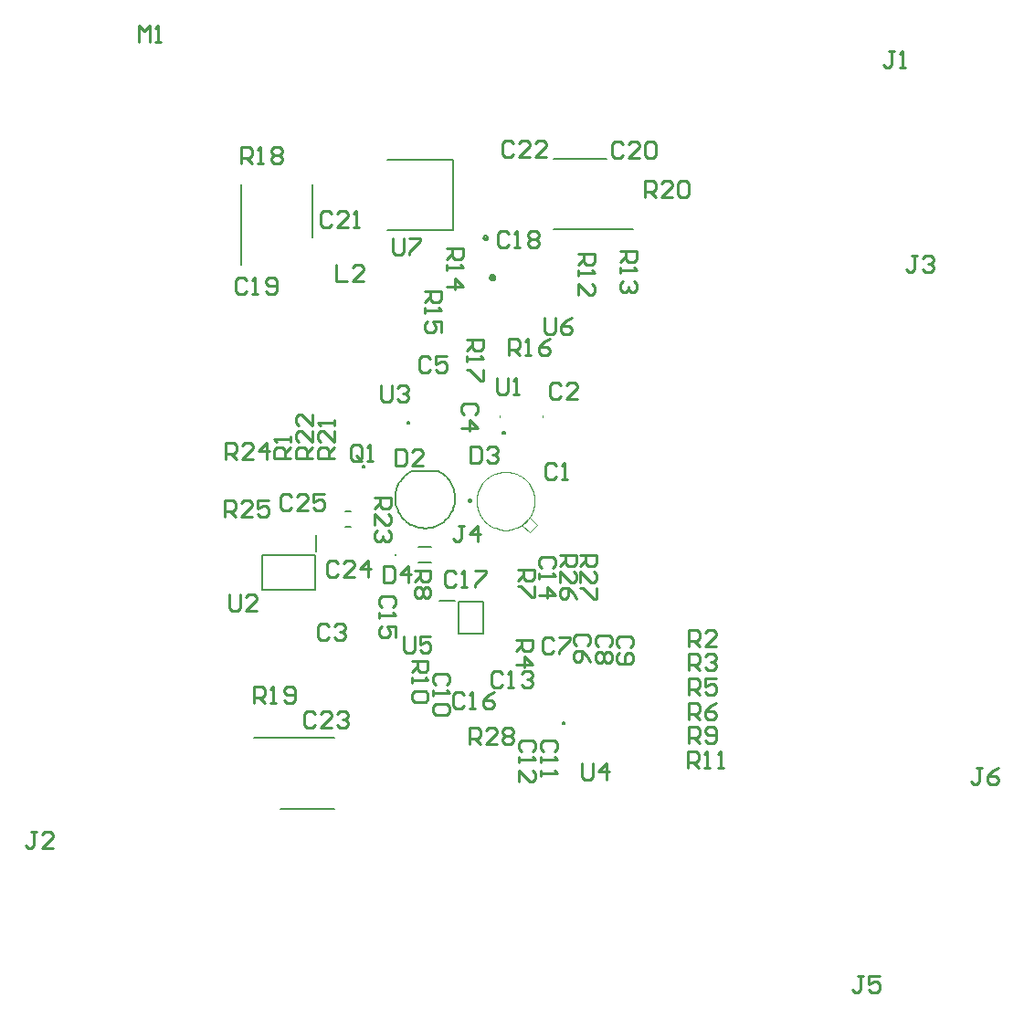
<source format=gbr>
%FSLAX23Y23*%
%MOIN*%
%SFA1B1*%

%IPPOS*%
%ADD57C,0.007870*%
%ADD58C,0.012800*%
%ADD59C,0.003940*%
%ADD60C,0.011810*%
%ADD61C,0.010000*%
%LNhumrigid1_legend_top-1*%
%LPD*%
G54D57*
X-59Y236D02*
D01*
X-65Y232*
X-72Y228*
X-78Y223*
X-84Y218*
X-89Y213*
X-94Y207*
X-99Y201*
X-103Y195*
X-107Y188*
X-110Y181*
X-113Y174*
X-115Y167*
X-117Y159*
X-118Y152*
X-119Y144*
X-119Y136*
X-119Y129*
X-118Y121*
X-117Y113*
X-115Y106*
X-112Y99*
X-109Y92*
X-106Y85*
X-102Y78*
X-98Y72*
X-93Y66*
X-88Y60*
X-82Y55*
X-76Y50*
X-70Y45*
X-63Y41*
X-57Y38*
X-50Y35*
X-42Y32*
X-35Y30*
X-27Y29*
X-20Y28*
X-12Y27*
X-4Y27*
X2Y28*
X10Y29*
X17Y31*
X25Y33*
X32Y36*
X39Y39*
X46Y43*
X52Y47*
X58Y51*
X64Y56*
X70Y62*
X75Y67*
X79Y73*
X84Y80*
X87Y87*
X91Y94*
X93Y101*
X96Y108*
X98Y115*
X99Y123*
X99Y131*
X100Y138*
X99Y146*
X98Y154*
X97Y161*
X95Y169*
X93Y176*
X90Y183*
X86Y190*
X82Y197*
X78Y203*
X73Y209*
X68Y215*
X62Y220*
X57Y225*
X50Y229*
X44Y233*
X39Y236*
X-234Y248D02*
D01*
X-233Y248*
X-233Y248*
X-233Y248*
X-233Y248*
X-232Y248*
X-232Y248*
X-232Y248*
X-232Y248*
X-231Y248*
X-231Y248*
X-231Y249*
X-231Y249*
X-231Y249*
X-230Y249*
X-230Y250*
X-230Y250*
X-230Y250*
X-230Y250*
X-230Y251*
X-230Y251*
X-230Y251*
X-230Y251*
Y252*
X-230Y252*
X-230Y252*
X-230Y252*
X-230Y253*
X-230Y253*
X-230Y253*
X-230Y253*
X-230Y254*
X-231Y254*
X-231Y254*
X-231Y254*
X-231Y254*
X-231Y255*
X-232Y255*
X-232Y255*
X-232Y255*
X-232Y255*
X-233Y255*
X-233Y255*
X-233Y255*
X-233Y255*
X-234Y255*
D01*
X-234Y255*
X-234Y255*
X-235Y255*
X-235Y255*
X-235Y255*
X-235Y255*
X-236Y255*
X-236Y255*
X-236Y255*
X-236Y254*
X-236Y254*
X-237Y254*
X-237Y254*
X-237Y254*
X-237Y253*
X-237Y253*
X-237Y253*
X-237Y253*
X-238Y252*
X-238Y252*
X-238Y252*
X-238Y252*
Y251*
X-238Y251*
X-238Y251*
X-238Y251*
X-237Y250*
X-237Y250*
X-237Y250*
X-237Y250*
X-237Y249*
X-237Y249*
X-237Y249*
X-236Y249*
X-236Y248*
X-236Y248*
X-236Y248*
X-236Y248*
X-235Y248*
X-235Y248*
X-235Y248*
X-235Y248*
X-234Y248*
X-234Y248*
X-234Y248*
X274Y375D02*
D01*
X274Y375*
X274Y375*
X274Y375*
X274Y374*
X274Y374*
X274Y374*
X274Y374*
X274Y373*
X274Y373*
X275Y373*
X275Y373*
X275Y373*
X275Y372*
X275Y372*
X276Y372*
X276Y372*
X276Y372*
X276Y372*
X277Y372*
X277Y372*
X277Y372*
X277Y372*
X278*
X278Y372*
X278Y372*
X278Y372*
X279Y372*
X279Y372*
X279Y372*
X280Y372*
X280Y372*
X280Y372*
X280Y373*
X280Y373*
X281Y373*
X281Y373*
X281Y373*
X281Y374*
X281Y374*
X281Y374*
X281Y374*
X281Y375*
X281Y375*
X281Y375*
X281Y375*
D01*
X281Y376*
X281Y376*
X281Y376*
X281Y377*
X281Y377*
X281Y377*
X281Y377*
X281Y378*
X281Y378*
X281Y378*
X280Y378*
X280Y378*
X280Y379*
X280Y379*
X280Y379*
X279Y379*
X279Y379*
X279Y379*
X278Y379*
X278Y379*
X278Y379*
X278Y379*
X277*
X277Y379*
X277Y379*
X277Y379*
X276Y379*
X276Y379*
X276Y379*
X276Y379*
X275Y379*
X275Y379*
X275Y378*
X275Y378*
X275Y378*
X274Y378*
X274Y378*
X274Y377*
X274Y377*
X274Y377*
X274Y377*
X274Y376*
X274Y376*
X274Y376*
X274Y375*
X212Y1096D02*
D01*
X211Y1096*
X211Y1096*
X210Y1096*
X210Y1096*
X209Y1096*
X209Y1096*
X208Y1095*
X208Y1095*
X207Y1095*
X207Y1095*
X207Y1094*
X206Y1094*
X206Y1093*
X206Y1093*
X205Y1092*
X205Y1092*
X205Y1091*
X205Y1091*
X204Y1090*
X204Y1090*
X204Y1089*
X204Y1089*
Y1088*
X204Y1088*
X204Y1087*
X204Y1087*
X205Y1086*
X205Y1086*
X205Y1085*
X205Y1085*
X206Y1084*
X206Y1084*
X206Y1083*
X207Y1083*
X207Y1083*
X207Y1082*
X208Y1082*
X208Y1082*
X209Y1082*
X209Y1081*
X210Y1081*
X210Y1081*
X211Y1081*
X211Y1081*
X212Y1081*
X212Y1081*
X213Y1081*
X214Y1081*
X214Y1081*
X215Y1081*
X215Y1082*
X216Y1082*
X216Y1082*
X216Y1082*
X217Y1083*
X217Y1083*
X218Y1083*
X218Y1084*
X218Y1084*
X219Y1085*
X219Y1085*
X219Y1086*
X219Y1086*
X219Y1087*
X220Y1087*
X220Y1088*
X220Y1088*
Y1089*
X220Y1089*
X220Y1090*
X219Y1090*
X219Y1091*
X219Y1091*
X219Y1092*
X219Y1092*
X218Y1093*
X218Y1093*
X218Y1094*
X217Y1094*
X217Y1095*
X216Y1095*
X216Y1095*
X216Y1095*
X215Y1096*
X215Y1096*
X214Y1096*
X214Y1096*
X215Y1089D02*
D01*
X215Y1089*
X215Y1089*
X215Y1089*
X215Y1089*
X215Y1089*
X215Y1089*
X215Y1090*
X215Y1090*
X215Y1090*
X215Y1090*
X215Y1090*
X215Y1090*
X215Y1090*
X215Y1090*
X214Y1090*
X214Y1090*
X214Y1090*
X214Y1091*
X214Y1091*
X214Y1091*
X214Y1091*
X214Y1091*
X213*
X213Y1091*
X213Y1091*
X213Y1091*
X213Y1091*
X213Y1090*
X213Y1090*
X212Y1090*
X212Y1090*
X212Y1090*
X212Y1090*
X212Y1090*
X212Y1090*
X212Y1090*
X212Y1090*
X212Y1090*
X212Y1089*
X212Y1089*
X212Y1089*
X212Y1089*
X211Y1089*
X211Y1089*
X211Y1089*
D01*
X211Y1088*
X211Y1088*
X212Y1088*
X212Y1088*
X212Y1088*
X212Y1088*
X212Y1088*
X212Y1088*
X212Y1087*
X212Y1087*
X212Y1087*
X212Y1087*
X212Y1087*
X212Y1087*
X212Y1087*
X213Y1087*
X213Y1087*
X213Y1087*
X213Y1087*
X213Y1087*
X213Y1087*
X213Y1087*
X214*
X214Y1087*
X214Y1087*
X214Y1087*
X214Y1087*
X214Y1087*
X214Y1087*
X214Y1087*
X215Y1087*
X215Y1087*
X215Y1087*
X215Y1087*
X215Y1087*
X215Y1087*
X215Y1088*
X215Y1088*
X215Y1088*
X215Y1088*
X215Y1088*
X215Y1088*
X215Y1088*
X215Y1088*
X215Y1089*
X500Y-683D02*
D01*
X499Y-682*
X499Y-682*
X499Y-682*
X499Y-681*
X499Y-681*
X499Y-681*
X499Y-681*
X499Y-680*
X499Y-680*
X499Y-680*
X498Y-680*
X498Y-680*
X498Y-679*
X498Y-679*
X498Y-679*
X497Y-679*
X497Y-679*
X497Y-679*
X497Y-679*
X496Y-679*
X496Y-679*
X496Y-679*
X495*
X495Y-679*
X495Y-679*
X495Y-679*
X494Y-679*
X494Y-679*
X494Y-679*
X494Y-679*
X493Y-679*
X493Y-679*
X493Y-680*
X493Y-680*
X493Y-680*
X492Y-680*
X492Y-680*
X492Y-681*
X492Y-681*
X492Y-681*
X492Y-681*
X492Y-682*
X492Y-682*
X492Y-682*
X492Y-683*
X492Y-683*
X492Y-683*
X492Y-683*
X492Y-684*
X492Y-684*
X492Y-684*
X492Y-684*
X492Y-685*
X492Y-685*
X493Y-685*
X493Y-685*
X493Y-685*
X493Y-686*
X493Y-686*
X494Y-686*
X494Y-686*
X494Y-686*
X494Y-686*
X495Y-686*
X495Y-686*
X495Y-686*
X495Y-687*
X496*
X496Y-686*
X496Y-686*
X497Y-686*
X497Y-686*
X497Y-686*
X497Y-686*
X498Y-686*
X498Y-686*
X498Y-686*
X498Y-685*
X498Y-685*
X499Y-685*
X499Y-685*
X499Y-685*
X499Y-684*
X499Y-684*
X499Y-684*
X499Y-684*
X499Y-683*
X499Y-683*
X499Y-683*
X500Y-683*
X-74Y412D02*
D01*
X-74Y411*
X-74Y411*
X-74Y411*
X-74Y411*
X-74Y410*
X-74Y410*
X-74Y410*
X-74Y410*
X-74Y409*
X-73Y409*
X-73Y409*
X-73Y409*
X-73Y409*
X-73Y408*
X-72Y408*
X-72Y408*
X-72Y408*
X-72Y408*
X-71Y408*
X-71Y408*
X-71Y408*
X-70Y408*
X-70*
X-70Y408*
X-70Y408*
X-69Y408*
X-69Y408*
X-69Y408*
X-69Y408*
X-68Y408*
X-68Y408*
X-68Y409*
X-68Y409*
X-68Y409*
X-67Y409*
X-67Y409*
X-67Y410*
X-67Y410*
X-67Y410*
X-67Y410*
X-67Y411*
X-67Y411*
X-66Y411*
X-66Y411*
X-66Y412*
D01*
X-66Y412*
X-66Y412*
X-67Y413*
X-67Y413*
X-67Y413*
X-67Y413*
X-67Y414*
X-67Y414*
X-67Y414*
X-67Y414*
X-68Y414*
X-68Y415*
X-68Y415*
X-68Y415*
X-68Y415*
X-69Y415*
X-69Y415*
X-69Y415*
X-69Y416*
X-70Y416*
X-70Y416*
X-70Y416*
X-71*
X-71Y416*
X-71Y416*
X-71Y416*
X-72Y415*
X-72Y415*
X-72Y415*
X-72Y415*
X-73Y415*
X-73Y415*
X-73Y415*
X-73Y414*
X-73Y414*
X-74Y414*
X-74Y414*
X-74Y414*
X-74Y413*
X-74Y413*
X-74Y413*
X-74Y413*
X-74Y412*
X-74Y412*
Y412*
X-59Y236D02*
X39D01*
X-411Y-196D02*
Y-70D01*
X-604Y-196D02*
X-411D01*
X-604D02*
Y-70D01*
X-411*
X-406Y-57D02*
Y2D01*
X-301Y91D02*
X-281D01*
X-301Y34D02*
X-281D01*
X-634Y-736D02*
X-342D01*
X-537Y-996D02*
X-342D01*
X-681Y991D02*
Y1283D01*
X-421Y1088D02*
Y1283D01*
X458Y1118D02*
X750D01*
X458Y1377D02*
X653D01*
X-147Y1372D02*
X92D01*
Y1115D02*
Y1372D01*
X-147Y1115D02*
X92D01*
X112Y-239D02*
X202D01*
Y-357D02*
Y-239D01*
X112Y-357D02*
X202D01*
X112D02*
Y-239D01*
X42Y-237D02*
X98D01*
X-33Y-39D02*
X13D01*
X-33Y-98D02*
X13D01*
G54D58*
X243Y942D02*
D01*
X243Y943*
X243Y943*
X243Y944*
X243Y944*
X243Y945*
X243Y945*
X242Y945*
X242Y946*
X242Y946*
X242Y947*
X241Y947*
X241Y947*
X241Y947*
X240Y948*
X240Y948*
X240Y948*
X239Y948*
X239Y948*
X238Y949*
X238Y949*
X237Y949*
X237Y949*
X236*
X236Y949*
X236Y949*
X235Y949*
X235Y948*
X234Y948*
X234Y948*
X234Y948*
X233Y948*
X233Y947*
X232Y947*
X232Y947*
X232Y947*
X232Y946*
X231Y946*
X231Y945*
X231Y945*
X231Y945*
X231Y944*
X230Y944*
X230Y943*
X230Y943*
X230Y942*
X230Y942*
X230Y942*
X230Y941*
X231Y941*
X231Y940*
X231Y940*
X231Y939*
X231Y939*
X232Y939*
X232Y938*
X232Y938*
X232Y938*
X233Y937*
X233Y937*
X234Y937*
X234Y937*
X234Y936*
X235Y936*
X235Y936*
X236Y936*
X236Y936*
X236Y936*
X237*
X237Y936*
X238Y936*
X238Y936*
X239Y936*
X239Y936*
X240Y937*
X240Y937*
X240Y937*
X241Y937*
X241Y938*
X241Y938*
X242Y938*
X242Y939*
X242Y939*
X242Y939*
X243Y940*
X243Y940*
X243Y941*
X243Y941*
X243Y942*
X243Y942*
X243Y942*
G54D59*
X-116Y-68D02*
D01*
X-116Y-68*
X-116Y-68*
X-116Y-68*
X-116Y-68*
X-116Y-68*
X-116Y-68*
X-116Y-67*
X-116Y-67*
X-116Y-67*
X-116Y-67*
X-116Y-67*
X-116Y-67*
X-116Y-67*
X-117Y-67*
X-117Y-67*
X-117Y-67*
X-117Y-67*
X-117Y-67*
X-117Y-66*
X-117Y-66*
X-117Y-66*
X-118Y-66*
X-118*
X-118Y-66*
X-118Y-66*
X-118Y-66*
X-118Y-67*
X-118Y-67*
X-118Y-67*
X-119Y-67*
X-119Y-67*
X-119Y-67*
X-119Y-67*
X-119Y-67*
X-119Y-67*
X-119Y-67*
X-119Y-67*
X-119Y-67*
X-119Y-68*
X-119Y-68*
X-120Y-68*
X-120Y-68*
X-120Y-68*
X-120Y-68*
X-120Y-68*
D01*
X-120Y-69*
X-120Y-69*
X-120Y-69*
X-120Y-69*
X-119Y-69*
X-119Y-69*
X-119Y-69*
X-119Y-69*
X-119Y-70*
X-119Y-70*
X-119Y-70*
X-119Y-70*
X-119Y-70*
X-119Y-70*
X-119Y-70*
X-118Y-70*
X-118Y-70*
X-118Y-70*
X-118Y-70*
X-118Y-70*
X-118Y-70*
X-118Y-70*
X-118*
X-117Y-70*
X-117Y-70*
X-117Y-70*
X-117Y-70*
X-117Y-70*
X-117Y-70*
X-117Y-70*
X-117Y-70*
X-116Y-70*
X-116Y-70*
X-116Y-70*
X-116Y-70*
X-116Y-70*
X-116Y-69*
X-116Y-69*
X-116Y-69*
X-116Y-69*
X-116Y-69*
X-116Y-69*
X-116Y-69*
X-116Y-69*
X-116Y-68*
X284Y21D02*
D01*
X292Y21*
X299Y22*
X306Y23*
X313Y25*
X321Y28*
X327Y30*
X334Y34*
X340Y37*
X347Y41*
X352Y46*
X358Y51*
X363Y56*
X368Y62*
X372Y68*
X376Y74*
X380Y81*
X383Y88*
X385Y95*
X387Y102*
X389Y109*
X390Y116*
X390Y124*
Y131*
X390Y139*
X389Y146*
X387Y153*
X385Y160*
X383Y167*
X380Y174*
X376Y181*
X372Y187*
X368Y193*
X363Y199*
X358Y204*
X352Y209*
X347Y213*
X340Y218*
X334Y221*
X327Y225*
X321Y227*
X313Y230*
X306Y231*
X299Y233*
X292Y233*
X284Y234*
D01*
X277Y233*
X269Y233*
X262Y231*
X255Y230*
X248Y227*
X241Y225*
X234Y221*
X228Y218*
X222Y213*
X216Y209*
X210Y204*
X205Y199*
X200Y193*
X196Y187*
X192Y181*
X189Y174*
X186Y167*
X183Y160*
X181Y153*
X179Y146*
X178Y139*
X178Y131*
Y124*
X178Y116*
X179Y109*
X181Y102*
X183Y95*
X186Y88*
X189Y81*
X192Y74*
X196Y68*
X200Y62*
X205Y56*
X210Y51*
X216Y46*
X222Y41*
X228Y37*
X234Y34*
X241Y30*
X248Y28*
X255Y25*
X262Y23*
X269Y22*
X277Y21*
X284Y21*
X262Y433D02*
Y440D01*
X419Y433D02*
Y440D01*
X344Y41D02*
X372Y14D01*
X372Y14D02*
X400Y41D01*
X344Y41D02*
X372Y67D01*
X400Y41*
G54D60*
X157Y127D02*
D01*
X157Y128*
X157Y128*
X157Y128*
X157Y128*
X156Y128*
X156Y128*
X156Y128*
X156Y128*
X156Y129*
X156Y129*
X156Y129*
X156Y129*
X156Y129*
X156Y129*
X156Y129*
X155Y129*
X155Y129*
X155Y129*
X155Y129*
X155Y129*
X155Y129*
X155Y129*
X155*
X154Y129*
X154Y129*
X154Y129*
X154Y129*
X154Y129*
X154Y129*
X154Y129*
X154Y129*
X153Y129*
X153Y129*
X153Y129*
X153Y129*
X153Y129*
X153Y128*
X153Y128*
X153Y128*
X153Y128*
X153Y128*
X153Y128*
X153Y128*
X153Y128*
X153Y127*
X153Y127*
X153Y127*
X153Y127*
X153Y127*
X153Y127*
X153Y127*
X153Y127*
X153Y126*
X153Y126*
X153Y126*
X153Y126*
X153Y126*
X153Y126*
X154Y126*
X154Y126*
X154Y126*
X154Y126*
X154Y126*
X154Y126*
X154Y126*
X154Y125*
X155Y125*
X155*
X155Y125*
X155Y126*
X155Y126*
X155Y126*
X155Y126*
X155Y126*
X156Y126*
X156Y126*
X156Y126*
X156Y126*
X156Y126*
X156Y126*
X156Y126*
X156Y126*
X156Y127*
X156Y127*
X156Y127*
X157Y127*
X157Y127*
X157Y127*
X157Y127*
X157Y127*
G54D61*
X152Y-762D02*
Y-702D01*
X182*
X192Y-712*
Y-732*
X182Y-742*
X152*
X172D02*
X192Y-762D01*
X252D02*
X212D01*
X252Y-722*
Y-712*
X242Y-702*
X222*
X212Y-712*
X272D02*
X282Y-702D01*
X302*
X312Y-712*
Y-722*
X302Y-732*
X312Y-742*
Y-752*
X302Y-762*
X282*
X272Y-752*
Y-742*
X282Y-732*
X272Y-722*
Y-712*
X282Y-732D02*
X302D01*
X1588Y-1607D02*
X1568D01*
X1578*
Y-1657*
X1568Y-1667*
X1558*
X1548Y-1657*
X1648Y-1607D02*
X1608D01*
Y-1637*
X1628Y-1627*
X1638*
X1648Y-1637*
Y-1657*
X1638Y-1667*
X1618*
X1608Y-1657*
X556Y-69D02*
X616D01*
Y-99*
X606Y-109*
X586*
X576Y-99*
Y-69*
Y-89D02*
X556Y-109D01*
Y-169D02*
Y-129D01*
X596Y-169*
X606*
X616Y-159*
Y-139*
X606Y-129*
X616Y-189D02*
Y-229D01*
X606*
X566Y-189*
X556*
X481Y-69D02*
X541D01*
Y-99*
X531Y-109*
X511*
X501Y-99*
Y-69*
Y-89D02*
X481Y-109D01*
Y-169D02*
Y-129D01*
X521Y-169*
X531*
X541Y-159*
Y-139*
X531Y-129*
X541Y-229D02*
X531Y-209D01*
X511Y-189*
X491*
X481Y-199*
Y-219*
X491Y-229*
X501*
X511Y-219*
Y-189*
X-116Y317D02*
Y257D01*
X-86*
X-76Y267*
Y307*
X-86Y317*
X-116*
X-16Y257D02*
X-56D01*
X-16Y297*
Y307*
X-26Y317*
X-46*
X-56Y307*
X-340Y284D02*
X-400D01*
Y314*
X-390Y324*
X-370*
X-360Y314*
Y284*
Y304D02*
X-340Y324D01*
Y384D02*
Y344D01*
X-380Y384*
X-390*
X-400Y374*
Y354*
X-390Y344*
X-340Y404D02*
Y424D01*
Y414*
X-400*
X-390Y404*
X-422Y282D02*
X-482D01*
Y312*
X-472Y322*
X-452*
X-442Y312*
Y282*
Y302D02*
X-422Y322D01*
Y382D02*
Y342D01*
X-462Y382*
X-472*
X-482Y372*
Y352*
X-472Y342*
X-422Y442D02*
Y402D01*
X-462Y442*
X-472*
X-482Y432*
Y412*
X-472Y402*
X-501Y282D02*
X-561D01*
Y312*
X-551Y322*
X-531*
X-521Y312*
Y282*
Y302D02*
X-501Y322D01*
Y342D02*
Y362D01*
Y352*
X-561*
X-551Y342*
X-737Y281D02*
Y341D01*
X-707*
X-697Y331*
Y311*
X-707Y301*
X-737*
X-717D02*
X-697Y281D01*
X-637D02*
X-677D01*
X-637Y321*
Y331*
X-647Y341*
X-667*
X-677Y331*
X-587Y281D02*
Y341D01*
X-617Y311*
X-577*
X-499Y142D02*
X-509Y152D01*
X-529*
X-539Y142*
Y102*
X-529Y92*
X-509*
X-499Y102*
X-439Y92D02*
X-479D01*
X-439Y132*
Y142*
X-449Y152*
X-469*
X-479Y142*
X-379Y152D02*
X-419D01*
Y122*
X-399Y132*
X-389*
X-379Y122*
Y102*
X-389Y92*
X-409*
X-419Y102*
X-723Y-214D02*
Y-264D01*
X-713Y-274*
X-693*
X-683Y-264*
Y-214*
X-623Y-274D02*
X-663D01*
X-623Y-234*
Y-224*
X-633Y-214*
X-653*
X-663Y-224*
X-741Y68D02*
Y128D01*
X-711*
X-701Y118*
Y98*
X-711Y88*
X-741*
X-721D02*
X-701Y68D01*
X-641D02*
X-681D01*
X-641Y108*
Y118*
X-651Y128*
X-671*
X-681Y118*
X-581Y128D02*
X-621D01*
Y98*
X-601Y108*
X-591*
X-581Y98*
Y78*
X-591Y68*
X-611*
X-621Y78*
X-194Y138D02*
X-134D01*
Y108*
X-144Y98*
X-164*
X-174Y108*
Y138*
Y118D02*
X-194Y98D01*
Y38D02*
Y78D01*
X-154Y38*
X-144*
X-134Y48*
Y68*
X-144Y78*
Y18D02*
X-134Y8D01*
Y-11*
X-144Y-21*
X-154*
X-164Y-11*
Y-1*
Y-11*
X-174Y-21*
X-184*
X-194Y-11*
Y8*
X-184Y18*
X-240Y283D02*
Y323D01*
X-250Y333*
X-270*
X-280Y323*
Y283*
X-270Y273*
X-250*
X-260Y293D02*
X-240Y273D01*
X-250D02*
X-240Y283D01*
X-220Y273D02*
X-200D01*
X-210*
Y333*
X-220Y323*
X-326Y-101D02*
X-336Y-91D01*
X-356*
X-366Y-101*
Y-141*
X-356Y-151*
X-336*
X-326Y-141*
X-266Y-151D02*
X-306D01*
X-266Y-111*
Y-101*
X-276Y-91*
X-296*
X-306Y-101*
X-216Y-151D02*
Y-91D01*
X-246Y-121*
X-206*
X794Y1237D02*
Y1297D01*
X824*
X834Y1287*
Y1267*
X824Y1257*
X794*
X814D02*
X834Y1237D01*
X894D02*
X854D01*
X894Y1277*
Y1287*
X884Y1297*
X864*
X854Y1287*
X914D02*
X924Y1297D01*
X943*
X953Y1287*
Y1247*
X943Y1237*
X924*
X914Y1247*
Y1287*
X-410Y-649D02*
X-420Y-639D01*
X-440*
X-450Y-649*
Y-689*
X-440Y-699*
X-420*
X-410Y-689*
X-350Y-699D02*
X-390D01*
X-350Y-659*
Y-649*
X-360Y-639*
X-380*
X-390Y-649*
X-330D02*
X-320Y-639D01*
X-300*
X-290Y-649*
Y-659*
X-300Y-669*
X-310*
X-300*
X-290Y-679*
Y-689*
X-300Y-699*
X-320*
X-330Y-689*
X-635Y-610D02*
Y-550D01*
X-605*
X-595Y-560*
Y-580*
X-605Y-590*
X-635*
X-615D02*
X-595Y-610D01*
X-575D02*
X-555D01*
X-565*
Y-550*
X-575Y-560*
X-525Y-600D02*
X-515Y-610D01*
X-495*
X-485Y-600*
Y-560*
X-495Y-550*
X-515*
X-525Y-560*
Y-570*
X-515Y-580*
X-485*
X-1427Y-1080D02*
X-1447D01*
X-1437*
Y-1130*
X-1447Y-1140*
X-1457*
X-1467Y-1130*
X-1367Y-1140D02*
X-1407D01*
X-1367Y-1100*
Y-1090*
X-1377Y-1080*
X-1397*
X-1407Y-1090*
X-352Y1177D02*
X-362Y1187D01*
X-382*
X-392Y1177*
Y1137*
X-382Y1127*
X-362*
X-352Y1137*
X-292Y1127D02*
X-332D01*
X-292Y1167*
Y1177*
X-302Y1187*
X-322*
X-332Y1177*
X-272Y1127D02*
X-252D01*
X-262*
Y1187*
X-272Y1177*
X251Y577D02*
Y527D01*
X261Y517*
X281*
X291Y527*
Y577*
X311Y517D02*
X331D01*
X321*
Y577*
X311Y567*
X486Y551D02*
X476Y561D01*
X456*
X446Y551*
Y511*
X456Y501*
X476*
X486Y511*
X546Y501D02*
X506D01*
X546Y541*
Y551*
X536Y561*
X516*
X506Y551*
X468Y256D02*
X458Y266D01*
X438*
X428Y256*
Y216*
X438Y206*
X458*
X468Y216*
X488Y206D02*
X508D01*
X498*
Y266*
X488Y256*
X-360Y-330D02*
X-370Y-320D01*
X-390*
X-400Y-330*
Y-370*
X-390Y-380*
X-370*
X-360Y-370*
X-340Y-330D02*
X-330Y-320D01*
X-310*
X-300Y-330*
Y-340*
X-310Y-350*
X-320*
X-310*
X-300Y-360*
Y-370*
X-310Y-380*
X-330*
X-340Y-370*
X464Y-786D02*
X474Y-776D01*
Y-756*
X464Y-746*
X424*
X414Y-756*
Y-776*
X424Y-786*
X414Y-806D02*
Y-826D01*
Y-816*
X474*
X464Y-806*
X414Y-856D02*
Y-876D01*
Y-866*
X474*
X464Y-856*
X382Y-787D02*
X392Y-777D01*
Y-757*
X382Y-747*
X342*
X332Y-757*
Y-777*
X342Y-787*
X332Y-807D02*
Y-827D01*
Y-817*
X392*
X382Y-807*
X332Y-897D02*
Y-857D01*
X372Y-897*
X382*
X392Y-887*
Y-867*
X382Y-857*
X458Y-381D02*
X448Y-371D01*
X428*
X418Y-381*
Y-421*
X428Y-431*
X448*
X458Y-421*
X478Y-371D02*
X518D01*
Y-381*
X478Y-421*
Y-431*
X661Y-403D02*
X671Y-393D01*
Y-373*
X661Y-363*
X621*
X611Y-373*
Y-393*
X621Y-403*
X661Y-423D02*
X671Y-433D01*
Y-453*
X661Y-463*
X651*
X641Y-453*
X631Y-463*
X621*
X611Y-453*
Y-433*
X621Y-423*
X631*
X641Y-433*
X651Y-423*
X661*
X641Y-433D02*
Y-453D01*
X582Y-399D02*
X592Y-389D01*
Y-369*
X582Y-359*
X543*
X533Y-369*
Y-389*
X543Y-399*
X592Y-459D02*
X582Y-439D01*
X562Y-419*
X543*
X533Y-429*
Y-449*
X543Y-459*
X553*
X562Y-449*
Y-419*
X740Y-407D02*
X750Y-397D01*
Y-377*
X740Y-367*
X700*
X690Y-377*
Y-397*
X700Y-407*
Y-427D02*
X690Y-437D01*
Y-457*
X700Y-467*
X740*
X750Y-457*
Y-437*
X740Y-427*
X730*
X720Y-437*
Y-467*
X2022Y-847D02*
X2002D01*
X2012*
Y-897*
X2002Y-907*
X1992*
X1982Y-897*
X2082Y-847D02*
X2062Y-857D01*
X2042Y-877*
Y-897*
X2052Y-907*
X2072*
X2082Y-897*
Y-887*
X2072Y-877*
X2042*
X702Y1039D02*
X762D01*
Y1009*
X752Y999*
X732*
X722Y1009*
Y1039*
Y1019D02*
X702Y999D01*
Y979D02*
Y959D01*
Y969*
X762*
X752Y979*
Y929D02*
X762Y919D01*
Y899*
X752Y889*
X742*
X732Y899*
Y909*
Y899*
X722Y889*
X712*
X702Y899*
Y919*
X712Y929*
X548Y1031D02*
X608D01*
Y1001*
X598Y991*
X578*
X568Y1001*
Y1031*
Y1011D02*
X548Y991D01*
Y971D02*
Y951D01*
Y961*
X608*
X598Y971*
X548Y881D02*
Y921D01*
X588Y881*
X598*
X608Y891*
Y911*
X598Y921*
X295Y1102D02*
X285Y1112D01*
X265*
X255Y1102*
Y1062*
X265Y1052*
X285*
X295Y1062*
X315Y1052D02*
X335D01*
X325*
Y1112*
X315Y1102*
X365D02*
X375Y1112D01*
X395*
X405Y1102*
Y1092*
X395Y1082*
X405Y1072*
Y1062*
X395Y1052*
X375*
X365Y1062*
Y1072*
X375Y1082*
X365Y1092*
Y1102*
X375Y1082D02*
X395D01*
X426Y797D02*
Y747D01*
X436Y737*
X456*
X466Y747*
Y797*
X526D02*
X506Y787D01*
X486Y767*
Y747*
X496Y737*
X516*
X526Y747*
Y757*
X516Y767*
X486*
X68Y1051D02*
X128D01*
Y1021*
X118Y1011*
X98*
X88Y1021*
Y1051*
Y1031D02*
X68Y1011D01*
Y991D02*
Y971D01*
Y981*
X128*
X118Y991*
X68Y911D02*
X128D01*
X98Y941*
Y901*
X9Y645D02*
X0Y655D01*
X-20*
X-30Y645*
Y605*
X-20Y595*
X0*
X9Y605*
X69Y655D02*
X29D01*
Y625*
X49Y635*
X59*
X69Y625*
Y605*
X59Y595*
X39*
X29Y605*
X-172Y549D02*
Y499D01*
X-162Y489*
X-142*
X-132Y499*
Y549*
X-112Y539D02*
X-102Y549D01*
X-82*
X-72Y539*
Y529*
X-82Y519*
X-92*
X-82*
X-72Y509*
Y499*
X-82Y489*
X-102*
X-112Y499*
X173Y443D02*
X183Y453D01*
Y473*
X173Y483*
X133*
X123Y473*
Y453*
X133Y443*
X123Y393D02*
X183D01*
X153Y423*
Y383*
X143Y716D02*
X203D01*
Y686*
X193Y676*
X173*
X163Y686*
Y716*
Y696D02*
X143Y676D01*
Y656D02*
Y636D01*
Y646*
X203*
X193Y656*
X203Y606D02*
Y566D01*
X193*
X153Y606*
X143*
X295Y658D02*
Y718D01*
X325*
X335Y708*
Y688*
X325Y678*
X295*
X315D02*
X335Y658D01*
X355D02*
X375D01*
X365*
Y718*
X355Y708*
X445Y718D02*
X425Y708D01*
X405Y688*
Y668*
X415Y658*
X435*
X445Y668*
Y678*
X435Y688*
X405*
X-10Y893D02*
X49D01*
Y863*
X39Y853*
X19*
X9Y863*
Y893*
Y873D02*
X-10Y853D01*
Y833D02*
Y813D01*
Y823*
X49*
X39Y833*
X49Y743D02*
Y783D01*
X19*
X29Y763*
Y753*
X19Y743*
X0*
X-10Y753*
Y773*
X0Y783*
X314Y1433D02*
X304Y1443D01*
X284*
X274Y1433*
Y1393*
X284Y1383*
X304*
X314Y1393*
X374Y1383D02*
X334D01*
X374Y1423*
Y1433*
X364Y1443*
X344*
X334Y1433*
X434Y1383D02*
X394D01*
X434Y1423*
Y1433*
X424Y1443*
X404*
X394Y1433*
X711Y1429D02*
X701Y1439D01*
X681*
X671Y1429*
Y1389*
X681Y1379*
X701*
X711Y1389*
X771Y1379D02*
X731D01*
X771Y1419*
Y1429*
X761Y1439*
X741*
X731Y1429*
X791D02*
X801Y1439D01*
X821*
X831Y1429*
Y1389*
X821Y1379*
X801*
X791Y1389*
Y1429*
X-333Y990D02*
Y930D01*
X-293*
X-233D02*
X-273D01*
X-233Y970*
Y980*
X-243Y990*
X-263*
X-273Y980*
X-128Y1085D02*
Y1035D01*
X-118Y1025*
X-98*
X-88Y1035*
Y1085*
X-68D02*
X-28D01*
Y1075*
X-68Y1035*
Y1025*
X-681Y1359D02*
Y1419D01*
X-651*
X-641Y1409*
Y1389*
X-651Y1379*
X-681*
X-661D02*
X-641Y1359D01*
X-621D02*
X-601D01*
X-611*
Y1419*
X-621Y1409*
X-571D02*
X-561Y1419D01*
X-541*
X-531Y1409*
Y1399*
X-541Y1389*
X-531Y1379*
Y1369*
X-541Y1359*
X-561*
X-571Y1369*
Y1379*
X-561Y1389*
X-571Y1399*
Y1409*
X-561Y1389D02*
X-541D01*
X-660Y933D02*
X-670Y943D01*
X-690*
X-700Y933*
Y893*
X-690Y883*
X-670*
X-660Y893*
X-640Y883D02*
X-620D01*
X-630*
Y943*
X-640Y933*
X-591Y893D02*
X-581Y883D01*
X-561*
X-551Y893*
Y933*
X-561Y943*
X-581*
X-591Y933*
Y923*
X-581Y913*
X-551*
X-1053Y1802D02*
Y1862D01*
X-1033Y1842*
X-1013Y1862*
Y1802*
X-993D02*
X-973D01*
X-983*
Y1862*
X-993Y1852*
X157Y326D02*
Y266D01*
X187*
X197Y276*
Y316*
X187Y326*
X157*
X217Y316D02*
X227Y326D01*
X247*
X257Y316*
Y306*
X247Y296*
X237*
X247*
X257Y286*
Y276*
X247Y266*
X227*
X217Y276*
X564Y-832D02*
Y-882D01*
X574Y-892*
X594*
X604Y-882*
Y-832*
X654Y-892D02*
Y-832D01*
X624Y-862*
X664*
X-89Y-367D02*
Y-417D01*
X-79Y-427*
X-59*
X-49Y-417*
Y-367*
X10D02*
X-29D01*
Y-397*
X-9Y-387*
X0*
X10Y-397*
Y-417*
X0Y-427*
X-19*
X-29Y-417*
X457Y-118D02*
X467Y-108D01*
Y-88*
X457Y-78*
X417*
X407Y-88*
Y-108*
X417Y-118*
X407Y-138D02*
Y-158D01*
Y-148*
X467*
X457Y-138*
X407Y-218D02*
X467D01*
X437Y-188*
Y-228*
X103Y-137D02*
X93Y-127D01*
X73*
X63Y-137*
Y-177*
X73Y-187*
X93*
X103Y-177*
X123Y-187D02*
X143D01*
X133*
Y-127*
X123Y-137*
X173Y-127D02*
X213D01*
Y-137*
X173Y-177*
Y-187*
X131Y37D02*
X111D01*
X121*
Y-12*
X111Y-22*
X101*
X91Y-12*
X181Y-22D02*
Y37D01*
X151Y7*
X191*
X-160Y-111D02*
Y-171D01*
X-130*
X-120Y-161*
Y-121*
X-130Y-111*
X-160*
X-70Y-171D02*
Y-111D01*
X-100Y-141*
X-60*
X272Y-503D02*
X262Y-493D01*
X242*
X232Y-503*
Y-543*
X242Y-553*
X262*
X272Y-543*
X292Y-553D02*
X312D01*
X302*
Y-493*
X292Y-503*
X342D02*
X352Y-493D01*
X372*
X382Y-503*
Y-513*
X372Y-523*
X362*
X372*
X382Y-533*
Y-543*
X372Y-553*
X352*
X342Y-543*
X132Y-580D02*
X122Y-570D01*
X102*
X92Y-580*
Y-620*
X102Y-630*
X122*
X132Y-620*
X152Y-630D02*
X172D01*
X162*
Y-570*
X152Y-580*
X242Y-570D02*
X222Y-580D01*
X202Y-600*
Y-620*
X212Y-630*
X232*
X242Y-620*
Y-610*
X232Y-600*
X202*
X324Y-379D02*
X384D01*
Y-409*
X374Y-419*
X354*
X344Y-409*
Y-379*
Y-399D02*
X324Y-419D01*
Y-469D02*
X384D01*
X354Y-439*
Y-479*
X-59Y-456D02*
X0D01*
Y-486*
X-9Y-496*
X-29*
X-39Y-486*
Y-456*
Y-476D02*
X-59Y-496D01*
Y-516D02*
Y-536D01*
Y-526*
X0*
X-9Y-516*
Y-566D02*
X0Y-576D01*
Y-596*
X-9Y-606*
X-49*
X-59Y-596*
Y-576*
X-49Y-566*
X-9*
X69Y-545D02*
X79Y-535D01*
Y-515*
X69Y-505*
X29*
X19Y-515*
Y-535*
X29Y-545*
X19Y-565D02*
Y-585D01*
Y-575*
X79*
X69Y-565*
Y-615D02*
X79Y-625D01*
Y-645*
X69Y-655*
X29*
X19Y-645*
Y-625*
X29Y-615*
X69*
X-127Y-260D02*
X-117Y-250D01*
Y-230*
X-127Y-220*
X-167*
X-177Y-230*
Y-250*
X-167Y-260*
X-177Y-280D02*
Y-300D01*
Y-290*
X-117*
X-127Y-280*
X-117Y-370D02*
Y-330D01*
X-147*
X-137Y-350*
Y-360*
X-147Y-370*
X-167*
X-177Y-360*
Y-340*
X-167Y-330*
X948Y-846D02*
Y-786D01*
X978*
X988Y-796*
Y-816*
X978Y-826*
X948*
X968D02*
X988Y-846D01*
X1008D02*
X1028D01*
X1018*
Y-786*
X1008Y-796*
X1058Y-846D02*
X1078D01*
X1068*
Y-786*
X1058Y-796*
X953Y-758D02*
Y-698D01*
X983*
X993Y-708*
Y-728*
X983Y-738*
X953*
X973D02*
X993Y-758D01*
X1013Y-748D02*
X1023Y-758D01*
X1043*
X1053Y-748*
Y-708*
X1043Y-698*
X1023*
X1013Y-708*
Y-718*
X1023Y-728*
X1053*
X953Y-669D02*
Y-609D01*
X983*
X993Y-619*
Y-639*
X983Y-649*
X953*
X973D02*
X993Y-669D01*
X1053Y-609D02*
X1033Y-619D01*
X1013Y-639*
Y-659*
X1023Y-669*
X1043*
X1053Y-659*
Y-649*
X1043Y-639*
X1013*
X953Y-581D02*
Y-521D01*
X983*
X993Y-531*
Y-551*
X983Y-561*
X953*
X973D02*
X993Y-581D01*
X1053Y-521D02*
X1013D01*
Y-551*
X1033Y-541*
X1043*
X1053Y-551*
Y-571*
X1043Y-581*
X1023*
X1013Y-571*
X953Y-492D02*
Y-432D01*
X983*
X993Y-442*
Y-462*
X983Y-472*
X953*
X973D02*
X993Y-492D01*
X1013Y-442D02*
X1023Y-432D01*
X1043*
X1053Y-442*
Y-452*
X1043Y-462*
X1033*
X1043*
X1053Y-472*
Y-482*
X1043Y-492*
X1023*
X1013Y-482*
X328Y-123D02*
X388D01*
Y-153*
X378Y-163*
X358*
X348Y-153*
Y-123*
Y-143D02*
X328Y-163D01*
X388Y-183D02*
Y-223D01*
X378*
X338Y-183*
X328*
X-49Y-127D02*
X10D01*
Y-157*
X0Y-167*
X-19*
X-29Y-157*
Y-127*
Y-147D02*
X-49Y-167D01*
X0Y-187D02*
X10Y-197D01*
Y-217*
X0Y-227*
X-9*
X-19Y-217*
X-29Y-227*
X-39*
X-49Y-217*
Y-197*
X-39Y-187*
X-29*
X-19Y-197*
X-9Y-187*
X0*
X-19Y-197D02*
Y-217D01*
X953Y-404D02*
Y-344D01*
X983*
X993Y-354*
Y-374*
X983Y-384*
X953*
X973D02*
X993Y-404D01*
X1053D02*
X1013D01*
X1053Y-364*
Y-354*
X1043Y-344*
X1023*
X1013Y-354*
X1786Y1022D02*
X1766D01*
X1776*
Y972*
X1766Y962*
X1756*
X1746Y972*
X1806Y1012D02*
X1816Y1022D01*
X1836*
X1846Y1012*
Y1002*
X1836Y992*
X1826*
X1836*
X1846Y982*
Y972*
X1836Y962*
X1816*
X1806Y972*
X1703Y1771D02*
X1683D01*
X1693*
Y1721*
X1683Y1711*
X1673*
X1663Y1721*
X1723Y1711D02*
X1743D01*
X1733*
Y1771*
X1723Y1761*
M02*
</source>
